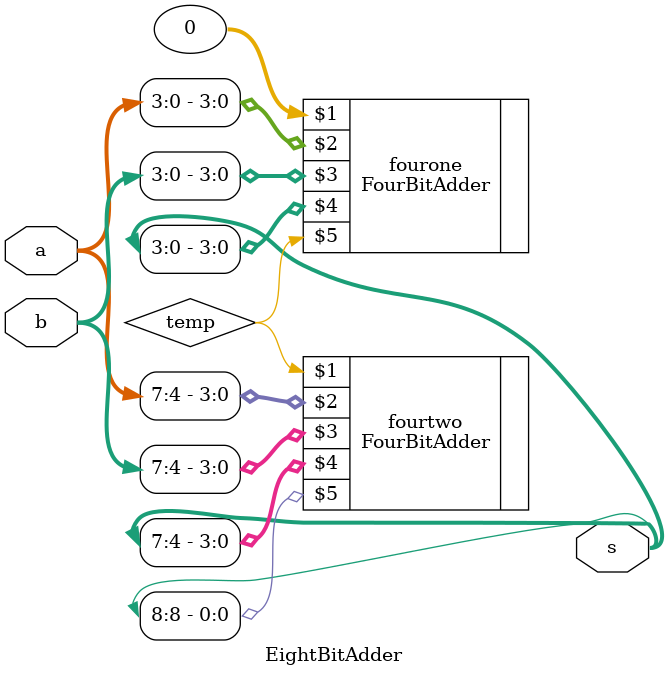
<source format=v>
`timescale 1ns / 1ps

// Zusammensetzen von 2 4-bit-Addern
module EightBitAdder (input [7:0] a, input [7:0] b, output [8:0] s);

// temp ist ein Wire, welches den Carry temporär "speichert"
wire temp;
FourBitAdder fourone(0, a[3:0], b[3:0], s[3:0], temp);
FourBitAdder fourtwo(temp, a[7:4], b[7:4], s[7:4], s[8]);

endmodule

</source>
